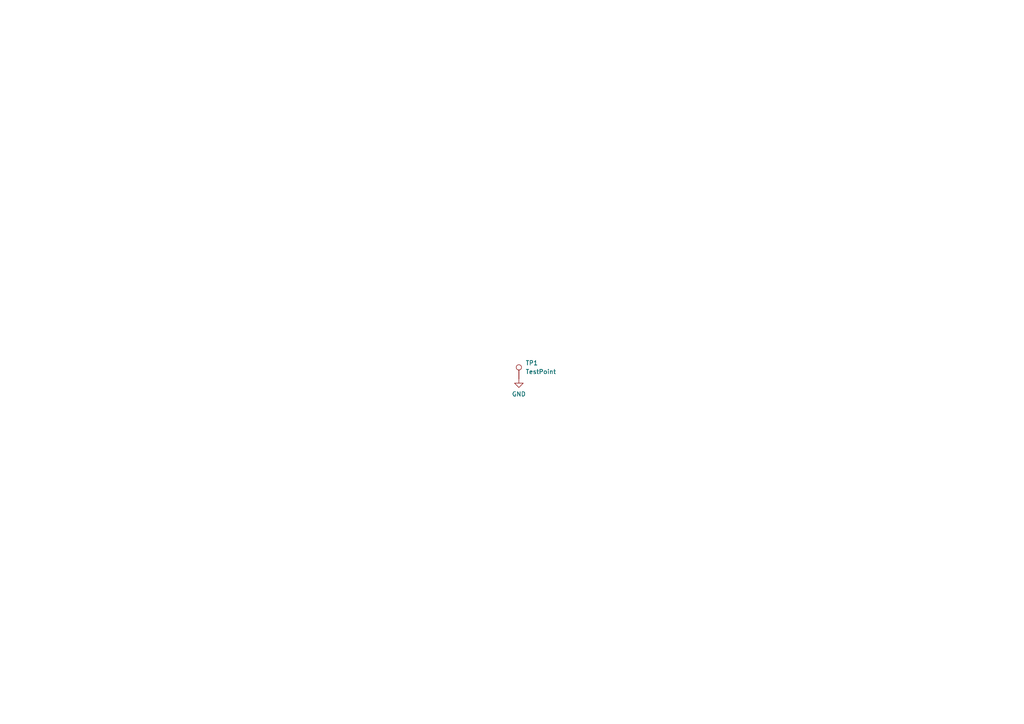
<source format=kicad_sch>
(kicad_sch (version 20230121) (generator eeschema)
  (paper "A4")
  (lib_symbols
    (symbol "Connector:TestPoint" (pin_numbers hide) (pin_names (offset 0.762) hide)
      (property "Reference" "TP" (at 0 6.858 0))
      (property "Value" "TestPoint" (at 0 5.08 0))
      (symbol "TestPoint_0_1"
        (circle (center 0 3.302) (radius 0.762))
      )
      (symbol "TestPoint_1_1"
        (pin passive line (at 0 0 90) (length 2.54) (name "1") (number "1"))
      )
    )
    (symbol "power:GND" (power) (pin_names (offset 0))
      (property "Value" "GND" (at 0 -3.81 0))
      (symbol "GND_0_1"
        (polyline (pts (xy 0 0) (xy 0 -1.27) (xy 1.27 -1.27) (xy 0 -2.54) (xy -1.27 -1.27) (xy 0 -1.27)))
      )
      (symbol "GND_1_1"
        (pin power_in line (at 0 0 270) (length 0) hide (name "GND") (number "1"))
      )
    )
  )
  (symbol (lib_id "Connector:TestPoint") (at 150.495 109.855 0) (unit 1)
    (property "Reference" "TP1" (at 152.4 105.283 0) (effects (justify left)))
    (property "Value" "TestPoint" (at 152.4 107.823 0) (effects (justify left)))
    (property "Footprint" "Connector_Pin:Pin_D1.0mm_L10.0mm" (effects hide))
  )
  (symbol (lib_id "power:GND") (at 150.495 109.855 0) (unit 1)
    (property "Reference" "#PWR01" (effects hide))
    (property "Value" "GND" (at 150.495 114.3 0))
  )
)
</source>
